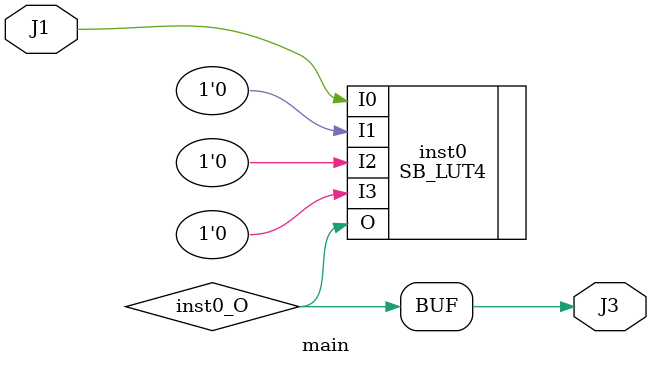
<source format=v>
module main (input  J1, output  J3);
wire  inst0_O;
SB_LUT4 #(.LUT_INIT(16'h0002)) inst0 (.I0(J1), .I1(1'b0), .I2(1'b0), .I3(1'b0), .O(inst0_O));
assign J3 = inst0_O;
endmodule


</source>
